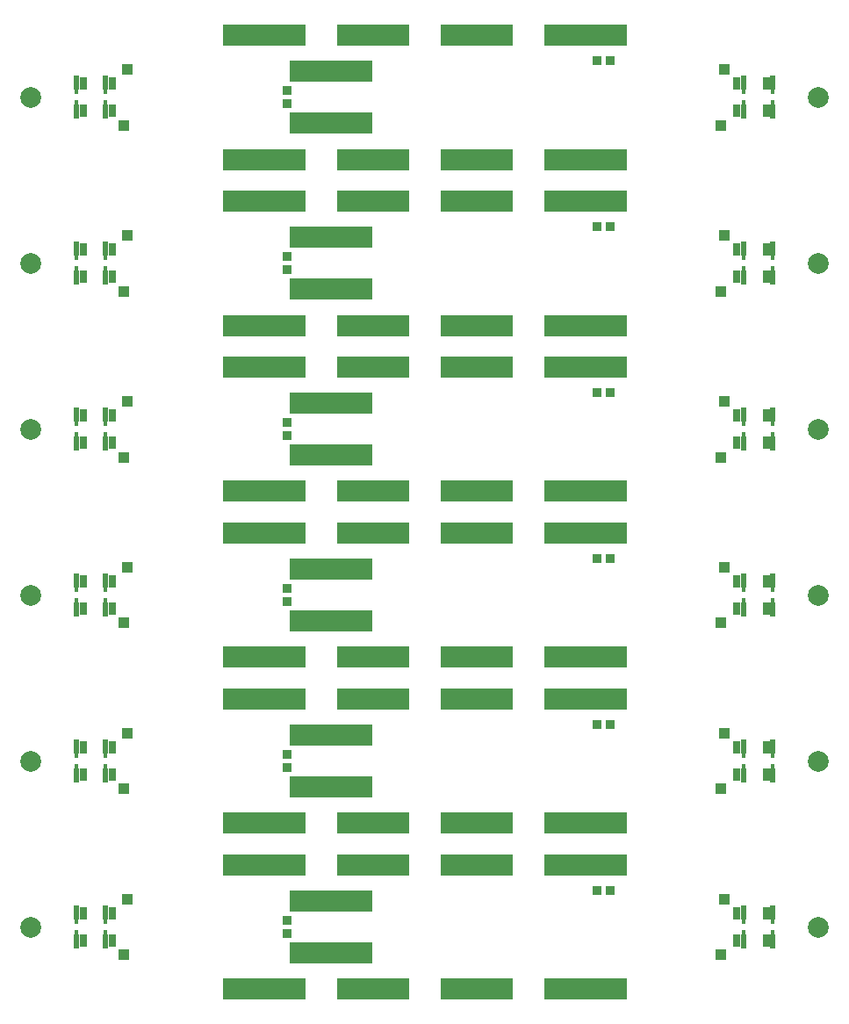
<source format=gbs>
G04 #@! TF.GenerationSoftware,KiCad,Pcbnew,7.0.11*
G04 #@! TF.CreationDate,2024-06-06T00:44:59+09:00*
G04 #@! TF.ProjectId,motordecoder2-K3057,6d6f746f-7264-4656-936f-646572322d4b,rev?*
G04 #@! TF.SameCoordinates,Original*
G04 #@! TF.FileFunction,Soldermask,Bot*
G04 #@! TF.FilePolarity,Negative*
%FSLAX46Y46*%
G04 Gerber Fmt 4.6, Leading zero omitted, Abs format (unit mm)*
G04 Created by KiCad (PCBNEW 7.0.11) date 2024-06-06 00:44:59*
%MOMM*%
%LPD*%
G01*
G04 APERTURE LIST*
%ADD10R,1.000000X1.000000*%
%ADD11R,0.950000X0.950000*%
%ADD12R,8.000000X2.000000*%
%ADD13R,7.000000X2.000000*%
%ADD14C,2.000000*%
%ADD15R,1.200000X1.200000*%
%ADD16R,0.500000X1.450000*%
%ADD17R,0.750000X1.300000*%
%ADD18R,0.300000X0.500000*%
G04 APERTURE END LIST*
D10*
X157100000Y-44700000D03*
X157400000Y-39300000D03*
D11*
X145165000Y-38500000D03*
X146435000Y-38500000D03*
D12*
X113000000Y-36000000D03*
D13*
X123500000Y-36000000D03*
X133500000Y-36000000D03*
D12*
X144000000Y-36000000D03*
X113000000Y-48000000D03*
D13*
X123500000Y-48000000D03*
X133500000Y-48000000D03*
D12*
X144000000Y-48000000D03*
X119500000Y-39500000D03*
X119500000Y-44500000D03*
D10*
X99800000Y-39300000D03*
X99500000Y-44700000D03*
D12*
X144000000Y-80000000D03*
D13*
X123500000Y-96000000D03*
D10*
X157400000Y-55300000D03*
D14*
X166500000Y-58000000D03*
D12*
X144000000Y-84000000D03*
X144000000Y-112000000D03*
D15*
X120900000Y-128100000D03*
D14*
X166500000Y-106000000D03*
D12*
X119500000Y-60500000D03*
D10*
X99500000Y-76700000D03*
D11*
X145165000Y-102500000D03*
X146435000Y-102500000D03*
D13*
X123500000Y-68000000D03*
D11*
X145165000Y-86500000D03*
X146435000Y-86500000D03*
D12*
X144000000Y-64000000D03*
D13*
X133500000Y-128000000D03*
D12*
X144000000Y-128000000D03*
D10*
X99500000Y-124700000D03*
X157100000Y-92700000D03*
D14*
X90500000Y-106000000D03*
D10*
X157400000Y-119300000D03*
X99500000Y-60700000D03*
X99800000Y-119300000D03*
D13*
X133500000Y-96000000D03*
D14*
X90500000Y-74000000D03*
X166500000Y-122000000D03*
D10*
X157100000Y-108700000D03*
D12*
X144000000Y-68000000D03*
D13*
X123500000Y-52000000D03*
D14*
X90500000Y-90000000D03*
X90500000Y-122000000D03*
D12*
X119500000Y-92500000D03*
X113000000Y-52000000D03*
X113000000Y-100000000D03*
X119500000Y-87500000D03*
X113000000Y-84000000D03*
X113000000Y-116000000D03*
D11*
X115200000Y-105365000D03*
X115200000Y-106635000D03*
D12*
X119500000Y-71500000D03*
D13*
X133500000Y-100000000D03*
D10*
X157100000Y-76700000D03*
D12*
X113000000Y-96000000D03*
D10*
X157100000Y-124700000D03*
X157400000Y-87300000D03*
D13*
X123500000Y-112000000D03*
D11*
X115200000Y-121365000D03*
X115200000Y-122635000D03*
D12*
X113000000Y-64000000D03*
D15*
X120900000Y-80100000D03*
D13*
X133500000Y-112000000D03*
X133500000Y-52000000D03*
D14*
X166500000Y-74000000D03*
D10*
X99800000Y-87300000D03*
D11*
X115200000Y-73365000D03*
X115200000Y-74635000D03*
D15*
X120900000Y-99900000D03*
D11*
X115200000Y-57365000D03*
X115200000Y-58635000D03*
D15*
X120900000Y-115900000D03*
D12*
X113000000Y-80000000D03*
X113000000Y-112000000D03*
D11*
X145165000Y-118500000D03*
X146435000Y-118500000D03*
D10*
X99800000Y-55300000D03*
X99800000Y-103300000D03*
D12*
X144000000Y-116000000D03*
D10*
X99800000Y-71300000D03*
D12*
X119500000Y-119500000D03*
D10*
X157400000Y-71300000D03*
D15*
X120900000Y-67900000D03*
D12*
X113000000Y-68000000D03*
D13*
X123500000Y-128000000D03*
D15*
X120900000Y-83900000D03*
D11*
X145165000Y-54500000D03*
X146435000Y-54500000D03*
D12*
X119500000Y-103500000D03*
D15*
X120900000Y-64100000D03*
D10*
X99500000Y-92700000D03*
D12*
X113000000Y-128000000D03*
D13*
X123500000Y-64000000D03*
D14*
X166500000Y-90000000D03*
D13*
X133500000Y-64000000D03*
D10*
X157100000Y-60700000D03*
D12*
X144000000Y-52000000D03*
D13*
X123500000Y-100000000D03*
D10*
X157400000Y-103300000D03*
D15*
X120900000Y-48100000D03*
D14*
X90500000Y-42000000D03*
D13*
X133500000Y-80000000D03*
D12*
X144000000Y-100000000D03*
D15*
X120900000Y-51900000D03*
D11*
X115200000Y-41365000D03*
X115200000Y-42635000D03*
D12*
X119500000Y-124500000D03*
X144000000Y-96000000D03*
D15*
X120900000Y-35900000D03*
D11*
X115200000Y-89365000D03*
X115200000Y-90635000D03*
X145165000Y-70500000D03*
X146435000Y-70500000D03*
D10*
X99500000Y-108700000D03*
D12*
X119500000Y-55500000D03*
X119500000Y-76500000D03*
D13*
X123500000Y-116000000D03*
X133500000Y-84000000D03*
X133500000Y-116000000D03*
D14*
X166500000Y-42000000D03*
D12*
X119500000Y-108500000D03*
D15*
X120900000Y-96100000D03*
D13*
X123500000Y-80000000D03*
X133500000Y-68000000D03*
X123500000Y-84000000D03*
D15*
X120900000Y-112100000D03*
D14*
X90500000Y-58000000D03*
D16*
X94950000Y-43375000D03*
D17*
X95575000Y-43300000D03*
D18*
X94950000Y-42550000D03*
X94950000Y-41450000D03*
D17*
X95575000Y-40700000D03*
D16*
X94950000Y-40625000D03*
X162050000Y-40625000D03*
D17*
X161425000Y-40700000D03*
D18*
X162050000Y-41450000D03*
X162050000Y-42550000D03*
D17*
X161425000Y-43300000D03*
D16*
X162050000Y-43375000D03*
X159250000Y-40625000D03*
D17*
X158625000Y-40700000D03*
D18*
X159250000Y-41450000D03*
X159250000Y-42550000D03*
D17*
X158625000Y-43300000D03*
D16*
X159250000Y-43375000D03*
X97750000Y-43375000D03*
D17*
X98375000Y-43300000D03*
D18*
X97750000Y-42550000D03*
X97750000Y-41450000D03*
D17*
X98375000Y-40700000D03*
D16*
X97750000Y-40625000D03*
X97750000Y-75375000D03*
D17*
X98375000Y-75300000D03*
D18*
X97750000Y-74550000D03*
X97750000Y-73450000D03*
D17*
X98375000Y-72700000D03*
D16*
X97750000Y-72625000D03*
X162050000Y-104625000D03*
D17*
X161425000Y-104700000D03*
D18*
X162050000Y-105450000D03*
X162050000Y-106550000D03*
D17*
X161425000Y-107300000D03*
D16*
X162050000Y-107375000D03*
X94950000Y-91375000D03*
D17*
X95575000Y-91300000D03*
D18*
X94950000Y-90550000D03*
X94950000Y-89450000D03*
D17*
X95575000Y-88700000D03*
D16*
X94950000Y-88625000D03*
X159250000Y-88625000D03*
D17*
X158625000Y-88700000D03*
D18*
X159250000Y-89450000D03*
X159250000Y-90550000D03*
D17*
X158625000Y-91300000D03*
D16*
X159250000Y-91375000D03*
X97750000Y-59375000D03*
D17*
X98375000Y-59300000D03*
D18*
X97750000Y-58550000D03*
X97750000Y-57450000D03*
D17*
X98375000Y-56700000D03*
D16*
X97750000Y-56625000D03*
X94950000Y-75375000D03*
D17*
X95575000Y-75300000D03*
D18*
X94950000Y-74550000D03*
X94950000Y-73450000D03*
D17*
X95575000Y-72700000D03*
D16*
X94950000Y-72625000D03*
X159250000Y-120625000D03*
D17*
X158625000Y-120700000D03*
D18*
X159250000Y-121450000D03*
X159250000Y-122550000D03*
D17*
X158625000Y-123300000D03*
D16*
X159250000Y-123375000D03*
X94950000Y-107375000D03*
D17*
X95575000Y-107300000D03*
D18*
X94950000Y-106550000D03*
X94950000Y-105450000D03*
D17*
X95575000Y-104700000D03*
D16*
X94950000Y-104625000D03*
X97750000Y-123375000D03*
D17*
X98375000Y-123300000D03*
D18*
X97750000Y-122550000D03*
X97750000Y-121450000D03*
D17*
X98375000Y-120700000D03*
D16*
X97750000Y-120625000D03*
X162050000Y-72625000D03*
D17*
X161425000Y-72700000D03*
D18*
X162050000Y-73450000D03*
X162050000Y-74550000D03*
D17*
X161425000Y-75300000D03*
D16*
X162050000Y-75375000D03*
X162050000Y-56625000D03*
D17*
X161425000Y-56700000D03*
D18*
X162050000Y-57450000D03*
X162050000Y-58550000D03*
D17*
X161425000Y-59300000D03*
D16*
X162050000Y-59375000D03*
X159250000Y-104625000D03*
D17*
X158625000Y-104700000D03*
D18*
X159250000Y-105450000D03*
X159250000Y-106550000D03*
D17*
X158625000Y-107300000D03*
D16*
X159250000Y-107375000D03*
X159250000Y-72625000D03*
D17*
X158625000Y-72700000D03*
D18*
X159250000Y-73450000D03*
X159250000Y-74550000D03*
D17*
X158625000Y-75300000D03*
D16*
X159250000Y-75375000D03*
X97750000Y-91375000D03*
D17*
X98375000Y-91300000D03*
D18*
X97750000Y-90550000D03*
X97750000Y-89450000D03*
D17*
X98375000Y-88700000D03*
D16*
X97750000Y-88625000D03*
X97750000Y-107375000D03*
D17*
X98375000Y-107300000D03*
D18*
X97750000Y-106550000D03*
X97750000Y-105450000D03*
D17*
X98375000Y-104700000D03*
D16*
X97750000Y-104625000D03*
X162050000Y-88625000D03*
D17*
X161425000Y-88700000D03*
D18*
X162050000Y-89450000D03*
X162050000Y-90550000D03*
D17*
X161425000Y-91300000D03*
D16*
X162050000Y-91375000D03*
X162050000Y-120625000D03*
D17*
X161425000Y-120700000D03*
D18*
X162050000Y-121450000D03*
X162050000Y-122550000D03*
D17*
X161425000Y-123300000D03*
D16*
X162050000Y-123375000D03*
X94950000Y-59375000D03*
D17*
X95575000Y-59300000D03*
D18*
X94950000Y-58550000D03*
X94950000Y-57450000D03*
D17*
X95575000Y-56700000D03*
D16*
X94950000Y-56625000D03*
X94950000Y-123375000D03*
D17*
X95575000Y-123300000D03*
D18*
X94950000Y-122550000D03*
X94950000Y-121450000D03*
D17*
X95575000Y-120700000D03*
D16*
X94950000Y-120625000D03*
X159250000Y-56625000D03*
D17*
X158625000Y-56700000D03*
D18*
X159250000Y-57450000D03*
X159250000Y-58550000D03*
D17*
X158625000Y-59300000D03*
D16*
X159250000Y-59375000D03*
M02*

</source>
